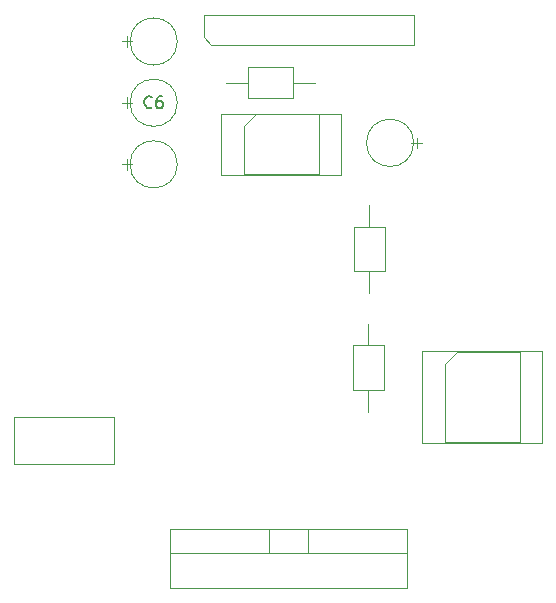
<source format=gbr>
G04 #@! TF.GenerationSoftware,KiCad,Pcbnew,5.1.6-c6e7f7d~87~ubuntu18.04.1*
G04 #@! TF.CreationDate,2020-10-10T14:26:16+05:30*
G04 #@! TF.ProjectId,BackEnd_HeavyDevice_v1,4261636b-456e-4645-9f48-656176794465,rev?*
G04 #@! TF.SameCoordinates,Original*
G04 #@! TF.FileFunction,Other,Fab,Top*
%FSLAX46Y46*%
G04 Gerber Fmt 4.6, Leading zero omitted, Abs format (unit mm)*
G04 Created by KiCad (PCBNEW 5.1.6-c6e7f7d~87~ubuntu18.04.1) date 2020-10-10 14:26:16*
%MOMM*%
%LPD*%
G01*
G04 APERTURE LIST*
%ADD10C,0.100000*%
%ADD11C,0.150000*%
G04 APERTURE END LIST*
D10*
X116911000Y-99844000D02*
X116911000Y-100744000D01*
X116461000Y-100294000D02*
X117361000Y-100294000D01*
X121161000Y-100294000D02*
G75*
G03*
X121161000Y-100294000I-2000000J0D01*
G01*
X116916000Y-89443100D02*
X116916000Y-90343100D01*
X116466000Y-89893100D02*
X117366000Y-89893100D01*
X121166000Y-89893100D02*
G75*
G03*
X121166000Y-89893100I-2000000J0D01*
G01*
X127141000Y-92070400D02*
X127141000Y-94670400D01*
X127141000Y-94670400D02*
X130941000Y-94670400D01*
X130941000Y-94670400D02*
X130941000Y-92070400D01*
X130941000Y-92070400D02*
X127141000Y-92070400D01*
X125291000Y-93370400D02*
X127141000Y-93370400D01*
X132791000Y-93370400D02*
X130941000Y-93370400D01*
X141178000Y-98473300D02*
G75*
G03*
X141178000Y-98473300I-2000000J0D01*
G01*
X141878000Y-98473300D02*
X140978000Y-98473300D01*
X141428000Y-98923300D02*
X141428000Y-98023300D01*
X137350000Y-113780000D02*
X137350000Y-115630000D01*
X137350000Y-121280000D02*
X137350000Y-119430000D01*
X136050000Y-115630000D02*
X136050000Y-119430000D01*
X138650000Y-115630000D02*
X136050000Y-115630000D01*
X138650000Y-119430000D02*
X138650000Y-115630000D01*
X136050000Y-119430000D02*
X138650000Y-119430000D01*
X121166000Y-95079800D02*
G75*
G03*
X121166000Y-95079800I-2000000J0D01*
G01*
X116466000Y-95079800D02*
X117366000Y-95079800D01*
X116916000Y-94629800D02*
X116916000Y-95529800D01*
X137427000Y-103714000D02*
X137427000Y-105564000D01*
X137427000Y-111214000D02*
X137427000Y-109364000D01*
X136127000Y-105564000D02*
X136127000Y-109364000D01*
X138727000Y-105564000D02*
X136127000Y-105564000D01*
X138727000Y-109364000D02*
X138727000Y-105564000D01*
X136127000Y-109364000D02*
X138727000Y-109364000D01*
X115825000Y-125678000D02*
X115825000Y-121678000D01*
X107325000Y-125678000D02*
X115825000Y-125678000D01*
X107325000Y-121678000D02*
X107325000Y-125678000D01*
X115825000Y-121678000D02*
X107325000Y-121678000D01*
X124028000Y-90172500D02*
X123393000Y-89537500D01*
X141173000Y-90172500D02*
X124028000Y-90172500D01*
X141173000Y-87632500D02*
X141173000Y-90172500D01*
X123393000Y-87632500D02*
X141173000Y-87632500D01*
X123393000Y-89537500D02*
X123393000Y-87632500D01*
X120586000Y-131168000D02*
X120586000Y-136168000D01*
X120586000Y-136168000D02*
X140586000Y-136168000D01*
X140586000Y-136168000D02*
X140586000Y-131168000D01*
X140586000Y-131168000D02*
X120586000Y-131168000D01*
X120586000Y-133168000D02*
X140586000Y-133168000D01*
X128936000Y-131168000D02*
X128936000Y-133168000D01*
X132236000Y-131168000D02*
X132236000Y-133168000D01*
X135059000Y-96000300D02*
X124899000Y-96000300D01*
X135059000Y-101200300D02*
X135059000Y-96000300D01*
X124899000Y-101200300D02*
X135059000Y-101200300D01*
X124899000Y-96000300D02*
X124899000Y-101200300D01*
X126804000Y-97060300D02*
X127804000Y-96060300D01*
X126804000Y-101140300D02*
X126804000Y-97060300D01*
X133154000Y-101140300D02*
X126804000Y-101140300D01*
X133154000Y-96060300D02*
X133154000Y-101140300D01*
X127804000Y-96060300D02*
X133154000Y-96060300D01*
X152070000Y-116132000D02*
X141910000Y-116132000D01*
X152070000Y-123872000D02*
X152070000Y-116132000D01*
X141910000Y-123872000D02*
X152070000Y-123872000D01*
X141910000Y-116132000D02*
X141910000Y-123872000D01*
X143815000Y-117192000D02*
X144815000Y-116192000D01*
X143815000Y-123812000D02*
X143815000Y-117192000D01*
X150165000Y-123812000D02*
X143815000Y-123812000D01*
X150165000Y-116192000D02*
X150165000Y-123812000D01*
X144815000Y-116192000D02*
X150165000Y-116192000D01*
D11*
X118999333Y-95436942D02*
X118951714Y-95484561D01*
X118808857Y-95532180D01*
X118713619Y-95532180D01*
X118570761Y-95484561D01*
X118475523Y-95389323D01*
X118427904Y-95294085D01*
X118380285Y-95103609D01*
X118380285Y-94960752D01*
X118427904Y-94770276D01*
X118475523Y-94675038D01*
X118570761Y-94579800D01*
X118713619Y-94532180D01*
X118808857Y-94532180D01*
X118951714Y-94579800D01*
X118999333Y-94627419D01*
X119856476Y-94532180D02*
X119666000Y-94532180D01*
X119570761Y-94579800D01*
X119523142Y-94627419D01*
X119427904Y-94770276D01*
X119380285Y-94960752D01*
X119380285Y-95341704D01*
X119427904Y-95436942D01*
X119475523Y-95484561D01*
X119570761Y-95532180D01*
X119761238Y-95532180D01*
X119856476Y-95484561D01*
X119904095Y-95436942D01*
X119951714Y-95341704D01*
X119951714Y-95103609D01*
X119904095Y-95008371D01*
X119856476Y-94960752D01*
X119761238Y-94913133D01*
X119570761Y-94913133D01*
X119475523Y-94960752D01*
X119427904Y-95008371D01*
X119380285Y-95103609D01*
M02*

</source>
